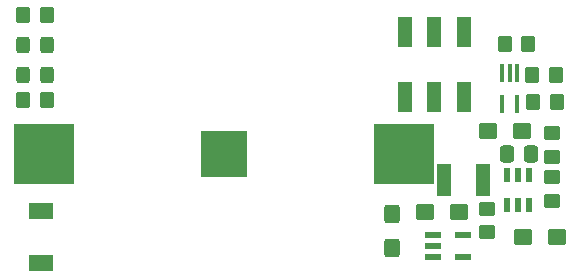
<source format=gbr>
%TF.GenerationSoftware,KiCad,Pcbnew,(6.0.2)*%
%TF.CreationDate,2023-05-04T12:33:09+02:00*%
%TF.ProjectId,ArduBatt,41726475-4261-4747-942e-6b696361645f,rev?*%
%TF.SameCoordinates,Original*%
%TF.FileFunction,Paste,Top*%
%TF.FilePolarity,Positive*%
%FSLAX46Y46*%
G04 Gerber Fmt 4.6, Leading zero omitted, Abs format (unit mm)*
G04 Created by KiCad (PCBNEW (6.0.2)) date 2023-05-04 12:33:09*
%MOMM*%
%LPD*%
G01*
G04 APERTURE LIST*
G04 Aperture macros list*
%AMRoundRect*
0 Rectangle with rounded corners*
0 $1 Rounding radius*
0 $2 $3 $4 $5 $6 $7 $8 $9 X,Y pos of 4 corners*
0 Add a 4 corners polygon primitive as box body*
4,1,4,$2,$3,$4,$5,$6,$7,$8,$9,$2,$3,0*
0 Add four circle primitives for the rounded corners*
1,1,$1+$1,$2,$3*
1,1,$1+$1,$4,$5*
1,1,$1+$1,$6,$7*
1,1,$1+$1,$8,$9*
0 Add four rect primitives between the rounded corners*
20,1,$1+$1,$2,$3,$4,$5,0*
20,1,$1+$1,$4,$5,$6,$7,0*
20,1,$1+$1,$6,$7,$8,$9,0*
20,1,$1+$1,$8,$9,$2,$3,0*%
G04 Aperture macros list end*
%ADD10RoundRect,0.250000X-0.337500X-0.475000X0.337500X-0.475000X0.337500X0.475000X-0.337500X0.475000X0*%
%ADD11R,2.100000X1.400000*%
%ADD12RoundRect,0.250000X0.425000X-0.537500X0.425000X0.537500X-0.425000X0.537500X-0.425000X-0.537500X0*%
%ADD13RoundRect,0.250000X-0.325000X-0.450000X0.325000X-0.450000X0.325000X0.450000X-0.325000X0.450000X0*%
%ADD14RoundRect,0.250000X-0.450000X0.350000X-0.450000X-0.350000X0.450000X-0.350000X0.450000X0.350000X0*%
%ADD15RoundRect,0.250000X0.350000X0.450000X-0.350000X0.450000X-0.350000X-0.450000X0.350000X-0.450000X0*%
%ADD16RoundRect,0.250000X0.537500X0.425000X-0.537500X0.425000X-0.537500X-0.425000X0.537500X-0.425000X0*%
%ADD17R,1.400000X0.600000*%
%ADD18RoundRect,0.250000X-0.350000X-0.450000X0.350000X-0.450000X0.350000X0.450000X-0.350000X0.450000X0*%
%ADD19RoundRect,0.250000X-0.537500X-0.425000X0.537500X-0.425000X0.537500X0.425000X-0.537500X0.425000X0*%
%ADD20R,1.200000X2.500000*%
%ADD21R,0.400000X1.500000*%
%ADD22RoundRect,0.250000X0.450000X-0.350000X0.450000X0.350000X-0.450000X0.350000X-0.450000X-0.350000X0*%
%ADD23R,0.600000X1.200000*%
%ADD24R,1.143000X2.692400*%
%ADD25R,5.080000X5.080000*%
%ADD26R,3.960000X3.960000*%
G04 APERTURE END LIST*
D10*
%TO.C,C5*%
X147962500Y-79000000D03*
X150037500Y-79000000D03*
%TD*%
D11*
%TO.C,D2*%
X108500000Y-88200000D03*
X108500000Y-83800000D03*
%TD*%
D12*
%TO.C,C4*%
X138250000Y-86937500D03*
X138250000Y-84062500D03*
%TD*%
D13*
%TO.C,D1*%
X106975000Y-69750000D03*
X109025000Y-69750000D03*
%TD*%
D14*
%TO.C,R8*%
X146300000Y-83600000D03*
X146300000Y-85600000D03*
%TD*%
D15*
%TO.C,R4*%
X109000000Y-67200000D03*
X107000000Y-67200000D03*
%TD*%
D16*
%TO.C,C1*%
X149237500Y-77000000D03*
X146362500Y-77000000D03*
%TD*%
D17*
%TO.C,IC3*%
X141750000Y-85800000D03*
X141750000Y-86750000D03*
X141750000Y-87700000D03*
X144250000Y-87700000D03*
X144250000Y-85800000D03*
%TD*%
D18*
%TO.C,R6*%
X150100000Y-72300000D03*
X152100000Y-72300000D03*
%TD*%
D19*
%TO.C,C2*%
X141062500Y-83900000D03*
X143937500Y-83900000D03*
%TD*%
D20*
%TO.C,S1*%
X139300000Y-74150000D03*
X141800000Y-74150000D03*
X144300000Y-74150000D03*
X144300000Y-68650000D03*
X141800000Y-68650000D03*
X139300000Y-68650000D03*
%TD*%
D21*
%TO.C,IC2*%
X148850000Y-72070000D03*
X148200000Y-72070000D03*
X147550000Y-72070000D03*
X147550000Y-74730000D03*
X148850000Y-74730000D03*
%TD*%
D22*
%TO.C,R3*%
X151800000Y-79200000D03*
X151800000Y-77200000D03*
%TD*%
D23*
%TO.C,IC1*%
X147950000Y-80750000D03*
X148900000Y-80750000D03*
X149850000Y-80750000D03*
X149850000Y-83250000D03*
X148900000Y-83250000D03*
X147950000Y-83250000D03*
%TD*%
D24*
%TO.C,L1*%
X145925600Y-81200000D03*
X142674400Y-81200000D03*
%TD*%
D25*
%TO.C,U1*%
X139240000Y-79000000D03*
X108760000Y-79000000D03*
D26*
X124000000Y-79000000D03*
%TD*%
D16*
%TO.C,C3*%
X152187500Y-86000000D03*
X149312500Y-86000000D03*
%TD*%
D15*
%TO.C,R2*%
X152200000Y-74600000D03*
X150200000Y-74600000D03*
%TD*%
D22*
%TO.C,R1*%
X151800000Y-82900000D03*
X151800000Y-80900000D03*
%TD*%
D15*
%TO.C,R5*%
X149768750Y-69681250D03*
X147768750Y-69681250D03*
%TD*%
D13*
%TO.C,D3*%
X106975000Y-72250000D03*
X109025000Y-72250000D03*
%TD*%
D15*
%TO.C,R7*%
X109000000Y-74400000D03*
X107000000Y-74400000D03*
%TD*%
M02*

</source>
